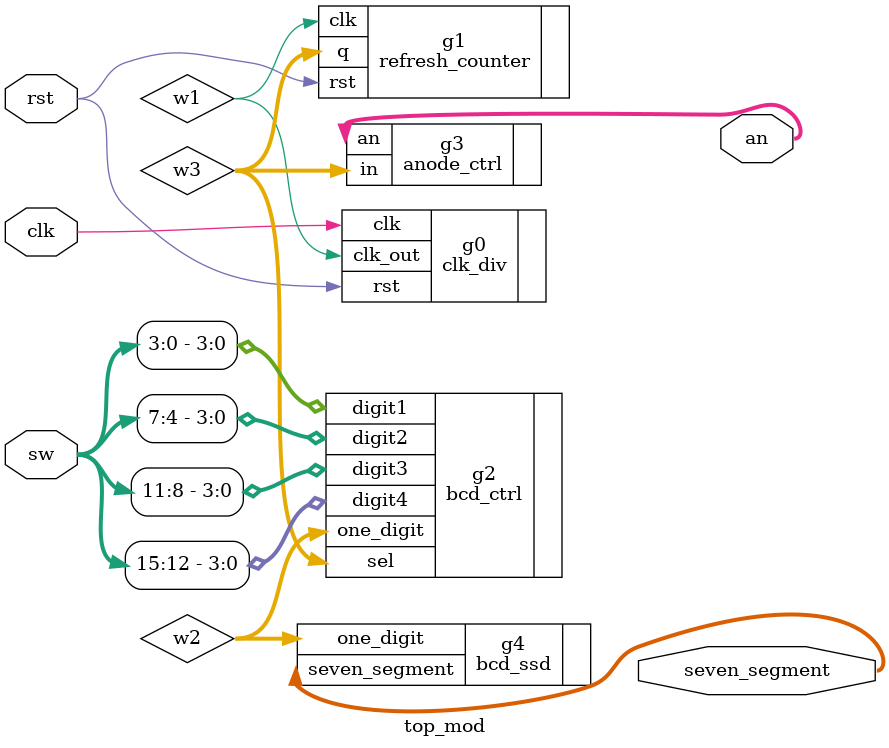
<source format=v>

module top_mod(
     output [6:0]seven_segment,
     output [3:0]an,
     input clk,rst,
     input [15:0]sw
     );
     
     wire w1;
     wire [3:0]w2;
     wire [1:0]w3;
     
     clk_div g0(.clk_out(w1),.clk(clk),.rst(rst));
     refresh_counter g1(.q(w3),.clk(w1),.rst(rst));
     bcd_ctrl g2(.one_digit(w2),.digit1(sw[3:0]),.digit2(sw[7:4]),.digit3(sw[11:8]),.digit4(sw[15:12]),.sel(w3));
     anode_ctrl g3(.an(an),.in(w3));
     bcd_ssd g4(.seven_segment(seven_segment),.one_digit(w2));
     
     
     
endmodule

</source>
